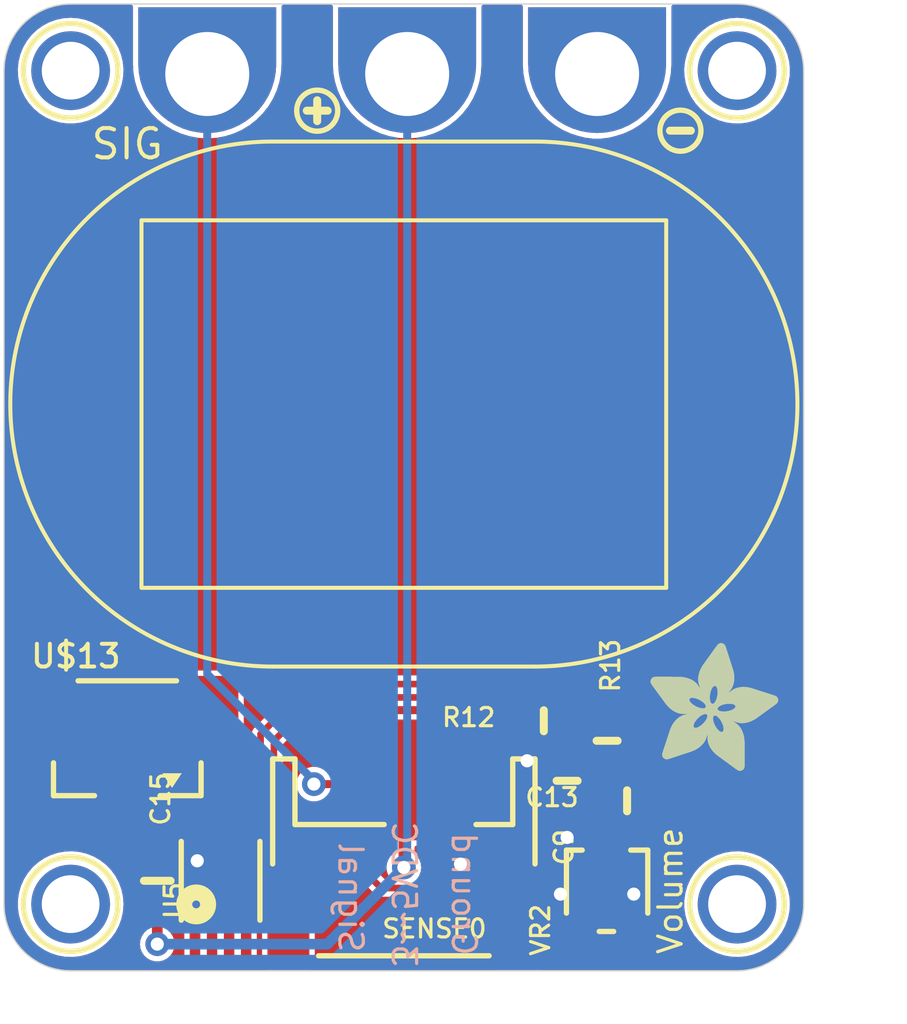
<source format=kicad_pcb>
(kicad_pcb (version 20221018) (generator pcbnew)
  (layers (0 "F.Cu" signal) (31 "B.Cu" signal) (34 "B.Paste" user) (35 "F.Paste" user) (36 "B.SilkS" user "B.Silkscreen") (37 "F.SilkS" user "F.Silkscreen") (38 "B.Mask" user) (39 "F.Mask" user) (44 "Edge.Cuts" user))
  (net 0 "")
  (net 1 "GND")
  (net 2 "SIG")
  (net 3 "N$19")
  (net 4 "N$20")
  (net 5 "N$21")
  (net 6 "N$22")
  (net 7 "N$23")
  (net 8 "SPKR+")
  (net 9 "SPKR-")
  (net 10 "VDD")
  (footprint "working:ADAFRUIT_5MM" (layer "F.Cu") (at 157.8991 115.7986)
    (fp_text reference "U$3" hide)
    (fp_text value "" hide)
  )
  (footprint "working:0603-NO" (layer "F.Cu") (at 156.2481 114.6556 90)
    (fp_text reference "R13" (at 1.778 0.127 90) (layer "F.SilkS") (effects (font (size 0.692831 0.692831) (thickness 0.119969)) (justify left)))
    (fp_text value "100")
    (pad "1" smd rect (at -0.85 0 90) (size 1.075 1) (layers "F.Cu" "F.Paste" "F.Mask") (net 6 "N$22"))
    (pad "2" smd rect (at 0.85 0 90) (size 1.075 1) (layers "F.Cu" "F.Paste" "F.Mask") (net 4 "N$20"))
  )
  (footprint "working:JSTPH3" (layer "F.Cu") (at 148.5011 118.8466 180)
    (fp_text reference "SENSE0" (at -3.2225 -2.9685) (layer "F.SilkS") (effects (font (size 0.692831 0.692831) (thickness 0.119969)) (justify right)))
    (fp_text value "JST PH 3")
    (pad "1" smd rect (at -2 2.7 180) (size 1 4.6) (layers "F.Cu" "F.Paste" "F.Mask") (net 1 "GND"))
    (pad "2" smd rect (at 0 2.7 180) (size 1 4.6) (layers "F.Cu" "F.Paste" "F.Mask") (net 10 "VDD"))
    (pad "3" smd rect (at 2 2.7 180) (size 1 4.6) (layers "F.Cu" "F.Paste" "F.Mask") (net 2 "SIG"))
    (pad "NC1" smd rect (at -4.4 -2.5 270) (size 3.4 1.6) (layers "F.Cu" "F.Paste" "F.Mask"))
    (pad "NC2" smd rect (at 4.4 -2.5 270) (size 3.4 1.6) (layers "F.Cu" "F.Paste" "F.Mask"))
  )
  (footprint "working:PCB_ALLI" (layer "F.Cu") (at 148.6281 89.7636)
    (fp_text reference "TP2" hide)
    (fp_text value "SEWTAPPCB_ALLIGATOR" hide)
    (fp_poly (pts (xy 2.6289 -0.886314) (xy 2.609894 -0.572102) (xy 2.552666 -0.259824) (xy 2.458216 0.043278) (xy 2.327919 0.332786) (xy 2.163676 0.604477) (xy 1.967881 0.854391) (xy 1.743391 1.078881) (xy 1.493477 1.274676) (xy 1.221786 1.438919) (xy 0.932278 1.569216) (xy 0.629176 1.663666) (xy 0.316898 1.720894) (xy 0 1.740062) (xy -0.316898 1.720894) (xy -0.629176 1.663666) (xy -0.932278 1.569216) (xy -1.221786 1.438919) (xy -1.493477 1.274676) (xy -1.743391 1.078881) (xy -1.967881 0.854391) (xy -2.163676 0.604477) (xy -2.327919 0.332786) (xy -2.458216 0.043278) (xy -2.552666 -0.259824) (xy -2.609894 -0.572102) (xy -2.6289 -0.886314) (xy -2.6289 -3.0479) (xy 2.6289 -3.0479)) (fill solid) (layer "F.Cu"))
    (fp_poly (pts (xy 2.6289 -0.886314) (xy 2.609894 -0.572102) (xy 2.552666 -0.259824) (xy 2.458216 0.043278) (xy 2.327919 0.332786) (xy 2.163676 0.604477) (xy 1.967881 0.854391) (xy 1.743391 1.078881) (xy 1.493477 1.274676) (xy 1.221786 1.438919) (xy 0.932278 1.569216) (xy 0.629176 1.663666) (xy 0.316898 1.720894) (xy 0 1.740062) (xy -0.316898 1.720894) (xy -0.629176 1.663666) (xy -0.932278 1.569216) (xy -1.221786 1.438919) (xy -1.493477 1.274676) (xy -1.743391 1.078881) (xy -1.967881 0.854391) (xy -2.163676 0.604477) (xy -2.327919 0.332786) (xy -2.458216 0.043278) (xy -2.552666 -0.259824) (xy -2.609894 -0.572102) (xy -2.6289 -0.886314) (xy -2.6289 -3.0479) (xy 2.6289 -3.0479)) (fill solid) (layer "B.Cu"))
    (pad "P$1" thru_hole circle (at 0 -0.508) (size 4.216 4.216) (drill 3.2) (layers "*.Cu" "*.Mask") (net 10 "VDD"))
  )
  (footprint "working:MOUNTINGHOLE_2.0_PLATED" (layer "F.Cu") (at 161.2011 120.8786)
    (fp_text reference "U$9" hide)
    (fp_text value "MOUNTINGHOLE2.0" hide)
    (pad "P$1" thru_hole circle (at 0 0) (size 3 3) (drill 2.2) (layers "*.Cu" "*.Mask"))
    (zone (net 0) (net_name "") (layer "F.Cu") (connect_pads (clearance 0)) (min_thickness 0.25)
      (keepout (tracks not_allowed) (vias not_allowed) (pads not_allowed) (copperpour not_allowed) (footprints allowed))
      (fill (thermal_gap 0.5) (thermal_bridge_width 0.5))
      (polygon (pts (xy 163.2171 120.8786) (xy 163.19748 120.598027) (xy 163.139004 120.322915) (xy 163.042808 120.058619) (xy 162.910765 119.810283) (xy 162.745446 119.58274) (xy 162.550067 119.38042) (xy 162.328433 119.20726) (xy 162.084856 119.066631) (xy 161.824078 118.96127) (xy 161.551175 118.893228) (xy 161.271457 118.863828) (xy 160.990371 118.873644) (xy 160.713385 118.922484) (xy 160.445893 119.009397) (xy 160.1931 119.132693) (xy 159.959926 119.28997) (xy 159.750911 119.478169) (xy 159.570122 119.693625) (xy 159.421078 119.932145) (xy 159.30668 120.189087) (xy 159.229154 120.45945) (xy 159.190011 120.737971) (xy 159.190011 121.019229) (xy 159.229154 121.29775) (xy 159.30668 121.568113) (xy 159.421078 121.825055) (xy 159.570122 122.063575) (xy 159.750911 122.279031) (xy 159.959926 122.46723) (xy 160.1931 122.624507) (xy 160.445893 122.747803) (xy 160.713385 122.834716) (xy 160.990371 122.883556) (xy 161.271457 122.893372) (xy 161.551175 122.863972) (xy 161.824078 122.79593) (xy 162.084856 122.690569) (xy 162.328433 122.54994) (xy 162.550067 122.37678) (xy 162.745446 122.17446) (xy 162.910765 121.946917) (xy 163.042808 121.698581) (xy 163.139004 121.434285) (xy 163.19748 121.159173)))
      (polygon (pts (xy 161.1851 120.8786) (xy 161.189786 120.889914) (xy 161.2011 120.8946) (xy 161.212414 120.889914) (xy 161.2171 120.8786) (xy 161.212414 120.867286) (xy 161.2011 120.8626) (xy 161.189786 120.867286)))
    )
    (zone (net 0) (net_name "") (layer "B.Cu") (connect_pads (clearance 0)) (min_thickness 0.25)
      (keepout (tracks not_allowed) (vias not_allowed) (pads not_allowed) (copperpour not_allowed) (footprints allowed))
      (fill (thermal_gap 0.5) (thermal_bridge_width 0.5))
      (polygon (pts (xy 163.2171 120.8786) (xy 163.19748 120.598027) (xy 163.139004 120.322915) (xy 163.042808 120.058619) (xy 162.910765 119.810283) (xy 162.745446 119.58274) (xy 162.550067 119.38042) (xy 162.328433 119.20726) (xy 162.084856 119.066631) (xy 161.824078 118.96127) (xy 161.551175 118.893228) (xy 161.271457 118.863828) (xy 160.990371 118.873644) (xy 160.713385 118.922484) (xy 160.445893 119.009397) (xy 160.1931 119.132693) (xy 159.959926 119.28997) (xy 159.750911 119.478169) (xy 159.570122 119.693625) (xy 159.421078 119.932145) (xy 159.30668 120.189087) (xy 159.229154 120.45945) (xy 159.190011 120.737971) (xy 159.190011 121.019229) (xy 159.229154 121.29775) (xy 159.30668 121.568113) (xy 159.421078 121.825055) (xy 159.570122 122.063575) (xy 159.750911 122.279031) (xy 159.959926 122.46723) (xy 160.1931 122.624507) (xy 160.445893 122.747803) (xy 160.713385 122.834716) (xy 160.990371 122.883556) (xy 161.271457 122.893372) (xy 161.551175 122.863972) (xy 161.824078 122.79593) (xy 162.084856 122.690569) (xy 162.328433 122.54994) (xy 162.550067 122.37678) (xy 162.745446 122.17446) (xy 162.910765 121.946917) (xy 163.042808 121.698581) (xy 163.139004 121.434285) (xy 163.19748 121.159173)))
      (polygon (pts (xy 161.1851 120.8786) (xy 161.189786 120.889914) (xy 161.2011 120.8946) (xy 161.212414 120.889914) (xy 161.2171 120.8786) (xy 161.212414 120.867286) (xy 161.2011 120.8626) (xy 161.189786 120.867286)))
    )
  )
  (footprint "working:0603-NO" (layer "F.Cu") (at 153.8351 113.8936 180)
    (fp_text reference "R12" (at 1.778 0.127) (layer "F.SilkS") (effects (font (size 0.692831 0.692831) (thickness 0.119969)) (justify right)))
    (fp_text value "100")
    (pad "1" smd rect (at -0.85 0 180) (size 1.075 1) (layers "F.Cu" "F.Paste" "F.Mask") (net 5 "N$21"))
    (pad "2" smd rect (at 0.85 0 180) (size 1.075 1) (layers "F.Cu" "F.Paste" "F.Mask") (net 3 "N$19"))
  )
  (footprint "working:SYMBOL_MINUS" (layer "F.Cu") (at 159.0421 91.4146)
    (fp_text reference "U$5" hide)
    (fp_text value "" hide)
  )
  (footprint "working:FIDUCIAL_1MM" (layer "F.Cu") (at 134.5311 110.9726 90)
    (fp_text reference "FID2" hide)
    (fp_text value "FIDUCIAL_1MM" hide)
    (pad "1" smd roundrect (at 0 0 90) (size 1 1) (layers "F.Cu" "F.Mask") (roundrect_rratio 0.5))
  )
  (footprint "working:53398-0271" (layer "F.Cu") (at 137.9601 115.1636)
    (fp_text reference "U$13" (at -3.75 -3.73) (layer "F.SilkS") (effects (font (size 0.866038 0.866038) (thickness 0.149962)) (justify left)))
    (fp_text value "CON_MOLEX_2P")
    (pad "1" smd rect (at 0.625 1.27 180) (size 0.8 1.6) (layers "F.Cu" "F.Paste" "F.Mask") (net 8 "SPKR+"))
    (pad "2" smd rect (at -0.625 1.27 180) (size 0.8 1.6) (layers "F.Cu" "F.Paste" "F.Mask") (net 9 "SPKR-"))
    (pad "M1" smd rect (at 3.185 -1.48 270) (size 3 2.1) (layers "F.Cu" "F.Paste" "F.Mask"))
    (pad "M2" smd rect (at -3.185 -1.48 270) (size 3 2.1) (layers "F.Cu" "F.Paste" "F.Mask"))
  )
  (footprint "working:0603-NO" (layer "F.Cu") (at 154.7241 116.1796 -90)
    (fp_text reference "C9" (at 1.778 0.127 90) (layer "F.SilkS") (effects (font (size 0.692831 0.692831) (thickness 0.119969)) (justify right)))
    (fp_text value "1uF")
    (pad "1" smd rect (at -0.85 0 270) (size 1.075 1) (layers "F.Cu" "F.Paste" "F.Mask") (net 5 "N$21"))
    (pad "2" smd rect (at 0.85 0 270) (size 1.075 1) (layers "F.Cu" "F.Paste" "F.Mask") (net 1 "GND"))
  )
  (footprint "working:MOUNTINGHOLE_2.0_PLATED" (layer "F.Cu") (at 135.8011 89.1286 90)
    (fp_text reference "U$11" hide)
    (fp_text value "MOUNTINGHOLE2.0" hide)
    (pad "P$1" thru_hole circle (at 0 0 90) (size 3 3) (drill 2.2) (layers "*.Cu" "*.Mask"))
    (zone (net 0) (net_name "") (layer "F.Cu") (connect_pads (clearance 0)) (min_thickness 0.25)
      (keepout (tracks not_allowed) (vias not_allowed) (pads not_allowed) (copperpour not_allowed) (footprints allowed))
      (fill (thermal_gap 0.5) (thermal_bridge_width 0.5))
      (polygon (pts (xy 135.8011 87.1126) (xy 135.520527 87.13222) (xy 135.245415 87.190696) (xy 134.981119 87.286892) (xy 134.732783 87.418935) (xy 134.50524 87.584254) (xy 134.30292 87.779633) (xy 134.12976 88.001267) (xy 133.989131 88.244844) (xy 133.88377 88.505622) (xy 133.815728 88.778525) (xy 133.786328 89.058243) (xy 133.796144 89.339329) (xy 133.844984 89.616315) (xy 133.931897 89.883807) (xy 134.055193 90.1366) (xy 134.21247 90.369774) (xy 134.400669 90.578789) (xy 134.616125 90.759578) (xy 134.854645 90.908622) (xy 135.111587 91.02302) (xy 135.38195 91.100546) (xy 135.660471 91.139689) (xy 135.941729 91.139689) (xy 136.22025 91.100546) (xy 136.490613 91.02302) (xy 136.747555 90.908622) (xy 136.986075 90.759578) (xy 137.201531 90.578789) (xy 137.38973 90.369774) (xy 137.547007 90.1366) (xy 137.670303 89.883807) (xy 137.757216 89.616315) (xy 137.806056 89.339329) (xy 137.815872 89.058243) (xy 137.786472 88.778525) (xy 137.71843 88.505622) (xy 137.613069 88.244844) (xy 137.47244 88.001267) (xy 137.29928 87.779633) (xy 137.09696 87.584254) (xy 136.869417 87.418935) (xy 136.621081 87.286892) (xy 136.356785 87.190696) (xy 136.081673 87.13222)))
      (polygon (pts (xy 135.8011 89.1446) (xy 135.812414 89.139914) (xy 135.8171 89.1286) (xy 135.812414 89.117286) (xy 135.8011 89.1126) (xy 135.789786 89.117286) (xy 135.7851 89.1286) (xy 135.789786 89.139914)))
    )
    (zone (net 0) (net_name "") (layer "B.Cu") (connect_pads (clearance 0)) (min_thickness 0.25)
      (keepout (tracks not_allowed) (vias not_allowed) (pads not_allowed) (copperpour not_allowed) (footprints allowed))
      (fill (thermal_gap 0.5) (thermal_bridge_width 0.5))
      (polygon (pts (xy 135.8011 87.1126) (xy 135.520527 87.13222) (xy 135.245415 87.190696) (xy 134.981119 87.286892) (xy 134.732783 87.418935) (xy 134.50524 87.584254) (xy 134.30292 87.779633) (xy 134.12976 88.001267) (xy 133.989131 88.244844) (xy 133.88377 88.505622) (xy 133.815728 88.778525) (xy 133.786328 89.058243) (xy 133.796144 89.339329) (xy 133.844984 89.616315) (xy 133.931897 89.883807) (xy 134.055193 90.1366) (xy 134.21247 90.369774) (xy 134.400669 90.578789) (xy 134.616125 90.759578) (xy 134.854645 90.908622) (xy 135.111587 91.02302) (xy 135.38195 91.100546) (xy 135.660471 91.139689) (xy 135.941729 91.139689) (xy 136.22025 91.100546) (xy 136.490613 91.02302) (xy 136.747555 90.908622) (xy 136.986075 90.759578) (xy 137.201531 90.578789) (xy 137.38973 90.369774) (xy 137.547007 90.1366) (xy 137.670303 89.883807) (xy 137.757216 89.616315) (xy 137.806056 89.339329) (xy 137.815872 89.058243) (xy 137.786472 88.778525) (xy 137.71843 88.505622) (xy 137.613069 88.244844) (xy 137.47244 88.001267) (xy 137.29928 87.779633) (xy 137.09696 87.584254) (xy 136.869417 87.418935) (xy 136.621081 87.286892) (xy 136.356785 87.190696) (xy 136.081673 87.13222)))
      (polygon (pts (xy 135.8011 89.1446) (xy 135.812414 89.139914) (xy 135.8171 89.1286) (xy 135.812414 89.117286) (xy 135.8011 89.1126) (xy 135.789786 89.117286) (xy 135.7851 89.1286) (xy 135.789786 89.139914)))
    )
  )
  (footprint "working:TRIMPOT_BOURNS_3303W" (layer "F.Cu") (at 156.2481 120.3706)
    (fp_text reference "VR2" (at -2.54 2.54 90) (layer "F.SilkS") (effects (font (size 0.692831 0.692831) (thickness 0.119969)) (justify left)))
    (fp_text value "10K trim")
    (pad "1" smd rect (at -1 1.6 90) (size 1.2 1.2) (layers "F.Cu" "F.Paste" "F.Mask") (net 1 "GND"))
    (pad "2" smd rect (at 0 -1.65) (size 1.6 1.5) (layers "F.Cu" "F.Paste" "F.Mask") (net 7 "N$23"))
    (pad "3" smd rect (at 1 1.6 90) (size 1.2 1.2) (layers "F.Cu" "F.Paste" "F.Mask") (net 2 "SIG"))
  )
  (footprint "working:SYMBOL_PLUS" (layer "F.Cu") (at 145.1991 90.6526)
    (fp_text reference "U$6" hide)
    (fp_text value "" hide)
  )
  (footprint "working:MSOP8_0.65MM" (layer "F.Cu") (at 141.5161 119.9896)
    (fp_text reference "U5" (at -1.778 1.524 90) (layer "F.SilkS") (effects (font (size 0.692831 0.692831) (thickness 0.119969)) (justify left)))
    (fp_text value "PAM8302AASCR")
    (pad "1" smd rect (at -0.975 2.2 90) (size 1.3 0.4) (layers "F.Cu" "F.Paste" "F.Mask") (net 10 "VDD"))
    (pad "2" smd rect (at -0.325 2.2 90) (size 1.3 0.4) (layers "F.Cu" "F.Paste" "F.Mask"))
    (pad "3" smd rect (at 0.325 2.2 90) (size 1.3 0.4) (layers "F.Cu" "F.Paste" "F.Mask") (net 4 "N$20"))
    (pad "4" smd rect (at 0.975 2.2 90) (size 1.3 0.4) (layers "F.Cu" "F.Paste" "F.Mask") (net 3 "N$19"))
    (pad "5" smd rect (at 0.975 -2.2 90) (size 1.3 0.4) (layers "F.Cu" "F.Paste" "F.Mask") (net 8 "SPKR+"))
    (pad "6" smd rect (at 0.325 -2.2 90) (size 1.3 0.4) (layers "F.Cu" "F.Paste" "F.Mask") (net 10 "VDD"))
    (pad "7" smd rect (at -0.325 -2.2 90) (size 1.3 0.4) (layers "F.Cu" "F.Paste" "F.Mask") (net 1 "GND"))
    (pad "8" smd rect (at -0.975 -2.2 90) (size 1.3 0.4) (layers "F.Cu" "F.Paste" "F.Mask") (net 9 "SPKR-"))
  )
  (footprint "working:PCB_ALLI" (layer "F.Cu") (at 141.0081 89.7636)
    (fp_text reference "TP3" hide)
    (fp_text value "SEWTAPPCB_ALLIGATOR" hide)
    (fp_poly (pts (xy 2.6289 -0.886314) (xy 2.609894 -0.572102) (xy 2.552666 -0.259824) (xy 2.458216 0.043278) (xy 2.327919 0.332786) (xy 2.163676 0.604477) (xy 1.967881 0.854391) (xy 1.743391 1.078881) (xy 1.493477 1.274676) (xy 1.221786 1.438919) (xy 0.932278 1.569216) (xy 0.629176 1.663666) (xy 0.316898 1.720894) (xy 0 1.740062) (xy -0.316898 1.720894) (xy -0.629176 1.663666) (xy -0.932278 1.569216) (xy -1.221786 1.438919) (xy -1.493477 1.274676) (xy -1.743391 1.078881) (xy -1.967881 0.854391) (xy -2.163676 0.604477) (xy -2.327919 0.332786) (xy -2.458216 0.043278) (xy -2.552666 -0.259824) (xy -2.609894 -0.572102) (xy -2.6289 -0.886314) (xy -2.6289 -3.0479) (xy 2.6289 -3.0479)) (fill solid) (layer "F.Cu"))
    (fp_poly (pts (xy 2.6289 -0.886314) (xy 2.609894 -0.572102) (xy 2.552666 -0.259824) (xy 2.458216 0.043278) (xy 2.327919 0.332786) (xy 2.163676 0.604477) (xy 1.967881 0.854391) (xy 1.743391 1.078881) (xy 1.493477 1.274676) (xy 1.221786 1.438919) (xy 0.932278 1.569216) (xy 0.629176 1.663666) (xy 0.316898 1.720894) (xy 0 1.740062) (xy -0.316898 1.720894) (xy -0.629176 1.663666) (xy -0.932278 1.569216) (xy -1.221786 1.438919) (xy -1.493477 1.274676) (xy -1.743391 1.078881) (xy -1.967881 0.854391) (xy -2.163676 0.604477) (xy -2.327919 0.332786) (xy -2.458216 0.043278) (xy -2.552666 -0.259824) (xy -2.609894 -0.572102) (xy -2.6289 -0.886314) (xy -2.6289 -3.0479) (xy 2.6289 -3.0479)) (fill solid) (layer "B.Cu"))
    (pad "P$1" thru_hole circle (at 0 -0.508) (size 4.216 4.216) (drill 3.2) (layers "*.Cu" "*.Mask") (net 2 "SIG"))
  )
  (footprint "working:MOUNTINGHOLE_2.0_PLATED" (layer "F.Cu") (at 161.2011 89.1286 90)
    (fp_text reference "U$10" hide)
    (fp_text value "MOUNTINGHOLE2.0" hide)
    (pad "P$1" thru_hole circle (at 0 0 90) (size 3 3) (drill 2.2) (layers "*.Cu" "*.Mask"))
    (zone (net 0) (net_name "") (layer "F.Cu") (connect_pads (clearance 0)) (min_thickness 0.25)
      (keepout (tracks not_allowed) (vias not_allowed) (pads not_allowed) (copperpour not_allowed) (footprints allowed))
      (fill (thermal_gap 0.5) (thermal_bridge_width 0.5))
      (polygon (pts (xy 161.2011 87.1126) (xy 160.920527 87.13222) (xy 160.645415 87.190696) (xy 160.381119 87.286892) (xy 160.132783 87.418935) (xy 159.90524 87.584254) (xy 159.70292 87.779633) (xy 159.52976 88.001267) (xy 159.389131 88.244844) (xy 159.28377 88.505622) (xy 159.215728 88.778525) (xy 159.186328 89.058243) (xy 159.196144 89.339329) (xy 159.244984 89.616315) (xy 159.331897 89.883807) (xy 159.455193 90.1366) (xy 159.61247 90.369774) (xy 159.800669 90.578789) (xy 160.016125 90.759578) (xy 160.254645 90.908622) (xy 160.511587 91.02302) (xy 160.78195 91.100546) (xy 161.060471 91.139689) (xy 161.341729 91.139689) (xy 161.62025 91.100546) (xy 161.890613 91.02302) (xy 162.147555 90.908622) (xy 162.386075 90.759578) (xy 162.601531 90.578789) (xy 162.78973 90.369774) (xy 162.947007 90.1366) (xy 163.070303 89.883807) (xy 163.157216 89.616315) (xy 163.206056 89.339329) (xy 163.215872 89.058243) (xy 163.186472 88.778525) (xy 163.11843 88.505622) (xy 163.013069 88.244844) (xy 162.87244 88.001267) (xy 162.69928 87.779633) (xy 162.49696 87.584254) (xy 162.269417 87.418935) (xy 162.021081 87.286892) (xy 161.756785 87.190696) (xy 161.481673 87.13222)))
      (polygon (pts (xy 161.2011 89.1446) (xy 161.212414 89.139914) (xy 161.2171 89.1286) (xy 161.212414 89.117286) (xy 161.2011 89.1126) (xy 161.189786 89.117286) (xy 161.1851 89.1286) (xy 161.189786 89.139914)))
    )
    (zone (net 0) (net_name "") (layer "B.Cu") (connect_pads (clearance 0)) (min_thickness 0.25)
      (keepout (tracks not_allowed) (vias not_allowed) (pads not_allowed) (copperpour not_allowed) (footprints allowed))
      (fill (thermal_gap 0.5) (thermal_bridge_width 0.5))
      (polygon (pts (xy 161.2011 87.1126) (xy 160.920527 87.13222) (xy 160.645415 87.190696) (xy 160.381119 87.286892) (xy 160.132783 87.418935) (xy 159.90524 87.584254) (xy 159.70292 87.779633) (xy 159.52976 88.001267) (xy 159.389131 88.244844) (xy 159.28377 88.505622) (xy 159.215728 88.778525) (xy 159.186328 89.058243) (xy 159.196144 89.339329) (xy 159.244984 89.616315) (xy 159.331897 89.883807) (xy 159.455193 90.1366) (xy 159.61247 90.369774) (xy 159.800669 90.578789) (xy 160.016125 90.759578) (xy 160.254645 90.908622) (xy 160.511587 91.02302) (xy 160.78195 91.100546) (xy 161.060471 91.139689) (xy 161.341729 91.139689) (xy 161.62025 91.100546) (xy 161.890613 91.02302) (xy 162.147555 90.908622) (xy 162.386075 90.759578) (xy 162.601531 90.578789) (xy 162.78973 90.369774) (xy 162.947007 90.1366) (xy 163.070303 89.883807) (xy 163.157216 89.616315) (xy 163.206056 89.339329) (xy 163.215872 89.058243) (xy 163.186472 88.778525) (xy 163.11843 88.505622) (xy 163.013069 88.244844) (xy 162.87244 88.001267) (xy 162.69928 87.779633) (xy 162.49696 87.584254) (xy 162.269417 87.418935) (xy 162.021081 87.286892) (xy 161.756785 87.190696) (xy 161.481673 87.13222)))
      (polygon (pts (xy 161.2011 89.1446) (xy 161.212414 89.139914) (xy 161.2171 89.1286) (xy 161.212414 89.117286) (xy 161.2011 89.1126) (xy 161.189786 89.117286) (xy 161.1851 89.1286) (xy 161.189786 89.139914)))
    )
  )
  (footprint "working:0603-NO" (layer "F.Cu") (at 157.0101 116.9416 180)
    (fp_text reference "C13" (at 1.778 0.127) (layer "F.SilkS") (effects (font (size 0.692831 0.692831) (thickness 0.119969)) (justify right)))
    (fp_text value "1uF")
    (pad "1" smd rect (at -0.85 0 180) (size 1.075 1) (layers "F.Cu" "F.Paste" "F.Mask") (net 6 "N$22"))
    (pad "2" smd rect (at 0.85 0 180) (size 1.075 1) (layers "F.Cu" "F.Paste" "F.Mask") (net 7 "N$23"))
  )
  (footprint "working:FIDUCIAL_1MM" (layer "F.Cu") (at 162.3441 92.1766 90)
    (fp_text reference "FID1" hide)
    (fp_text value "FIDUCIAL_1MM" hide)
    (pad "1" smd roundrect (at 0 0 90) (size 1 1) (layers "F.Cu" "F.Mask") (roundrect_rratio 0.5))
  )
  (footprint "working:PCB_ALLI" (layer "F.Cu") (at 155.8671 89.7636)
    (fp_text reference "TP1" hide)
    (fp_text value "SEWTAPPCB_ALLIGATOR" hide)
    (fp_poly (pts (xy 2.6289 -0.886314) (xy 2.609894 -0.572102) (xy 2.552666 -0.259824) (xy 2.458216 0.043278) (xy 2.327919 0.332786) (xy 2.163676 0.604477) (xy 1.967881 0.854391) (xy 1.743391 1.078881) (xy 1.493477 1.274676) (xy 1.221786 1.438919) (xy 0.932278 1.569216) (xy 0.629176 1.663666) (xy 0.316898 1.720894) (xy 0 1.740062) (xy -0.316898 1.720894) (xy -0.629176 1.663666) (xy -0.932278 1.569216) (xy -1.221786 1.438919) (xy -1.493477 1.274676) (xy -1.743391 1.078881) (xy -1.967881 0.854391) (xy -2.163676 0.604477) (xy -2.327919 0.332786) (xy -2.458216 0.043278) (xy -2.552666 -0.259824) (xy -2.609894 -0.572102) (xy -2.6289 -0.886314) (xy -2.6289 -3.0479) (xy 2.6289 -3.0479)) (fill solid) (layer "F.Cu"))
    (fp_poly (pts (xy 2.6289 -0.886314) (xy 2.609894 -0.572102) (xy 2.552666 -0.259824) (xy 2.458216 0.043278) (xy 2.327919 0.332786) (xy 2.163676 0.604477) (xy 1.967881 0.854391) (xy 1.743391 1.078881) (xy 1.493477 1.274676) (xy 1.221786 1.438919) (xy 0.932278 1.569216) (xy 0.629176 1.663666) (xy 0.316898 1.720894) (xy 0 1.740062) (xy -0.316898 1.720894) (xy -0.629176 1.663666) (xy -0.932278 1.569216) (xy -1.221786 1.438919) (xy -1.493477 1.274676) (xy -1.743391 1.078881) (xy -1.967881 0.854391) (xy -2.163676 0.604477) (xy -2.327919 0.332786) (xy -2.458216 0.043278) (xy -2.552666 -0.259824) (xy -2.609894 -0.572102) (xy -2.6289 -0.886314) (xy -2.6289 -3.0479) (xy 2.6289 -3.0479)) (fill solid) (layer "B.Cu"))
    (pad "P$1" thru_hole circle (at 0 -0.508) (size 4.216 4.216) (drill 3.2) (layers "*.Cu" "*.Mask") (net 1 "GND"))
  )
  (footprint "working:MOUNTINGHOLE_2.0_PLATED" (layer "F.Cu") (at 135.8011 120.8786)
    (fp_text reference "U$12" hide)
    (fp_text value "MOUNTINGHOLE2.0" hide)
    (pad "P$1" thru_hole circle (at 0 0) (size 3 3) (drill 2.2) (layers "*.Cu" "*.Mask"))
    (zone (net 0) (net_name "") (layer "F.Cu") (connect_pads (clearance 0)) (min_thickness 0.25)
      (keepout (tracks not_allowed) (vias not_allowed) (pads not_allowed) (copperpour not_allowed) (footprints allowed))
      (fill (thermal_gap 0.5) (thermal_bridge_width 0.5))
      (polygon (pts (xy 137.8171 120.8786) (xy 137.79748 120.598027) (xy 137.739004 120.322915) (xy 137.642808 120.058619) (xy 137.510765 119.810283) (xy 137.345446 119.58274) (xy 137.150067 119.38042) (xy 136.928433 119.20726) (xy 136.684856 119.066631) (xy 136.424078 118.96127) (xy 136.151175 118.893228) (xy 135.871457 118.863828) (xy 135.590371 118.873644) (xy 135.313385 118.922484) (xy 135.045893 119.009397) (xy 134.7931 119.132693) (xy 134.559926 119.28997) (xy 134.350911 119.478169) (xy 134.170122 119.693625) (xy 134.021078 119.932145) (xy 133.90668 120.189087) (xy 133.829154 120.45945) (xy 133.790011 120.737971) (xy 133.790011 121.019229) (xy 133.829154 121.29775) (xy 133.90668 121.568113) (xy 134.021078 121.825055) (xy 134.170122 122.063575) (xy 134.350911 122.279031) (xy 134.559926 122.46723) (xy 134.7931 122.624507) (xy 135.045893 122.747803) (xy 135.313385 122.834716) (xy 135.590371 122.883556) (xy 135.871457 122.893372) (xy 136.151175 122.863972) (xy 136.424078 122.79593) (xy 136.684856 122.690569) (xy 136.928433 122.54994) (xy 137.150067 122.37678) (xy 137.345446 122.17446) (xy 137.510765 121.946917) (xy 137.642808 121.698581) (xy 137.739004 121.434285) (xy 137.79748 121.159173)))
      (polygon (pts (xy 135.7851 120.8786) (xy 135.789786 120.889914) (xy 135.8011 120.8946) (xy 135.812414 120.889914) (xy 135.8171 120.8786) (xy 135.812414 120.867286) (xy 135.8011 120.8626) (xy 135.789786 120.867286)))
    )
    (zone (net 0) (net_name "") (layer "B.Cu") (connect_pads (clearance 0)) (min_thickness 0.25)
      (keepout (tracks not_allowed) (vias not_allowed) (pads not_allowed) (copperpour not_allowed) (footprints allowed))
      (fill (thermal_gap 0.5) (thermal_bridge_width 0.5))
      (polygon (pts (xy 137.8171 120.8786) (xy 137.79748 120.598027) (xy 137.739004 120.322915) (xy 137.642808 120.058619) (xy 137.510765 119.810283) (xy 137.345446 119.58274) (xy 137.150067 119.38042) (xy 136.928433 119.20726) (xy 136.684856 119.066631) (xy 136.424078 118.96127) (xy 136.151175 118.893228) (xy 135.871457 118.863828) (xy 135.590371 118.873644) (xy 135.313385 118.922484) (xy 135.045893 119.009397) (xy 134.7931 119.132693) (xy 134.559926 119.28997) (xy 134.350911 119.478169) (xy 134.170122 119.693625) (xy 134.021078 119.932145) (xy 133.90668 120.189087) (xy 133.829154 120.45945) (xy 133.790011 120.737971) (xy 133.790011 121.019229) (xy 133.829154 121.29775) (xy 133.90668 121.568113) (xy 134.021078 121.825055) (xy 134.170122 122.063575) (xy 134.350911 122.279031) (xy 134.559926 122.46723) (xy 134.7931 122.624507) (xy 135.045893 122.747803) (xy 135.313385 122.834716) (xy 135.590371 122.883556) (xy 135.871457 122.893372) (xy 136.151175 122.863972) (xy 136.424078 122.79593) (xy 136.684856 122.690569) (xy 136.928433 122.54994) (xy 137.150067 122.37678) (xy 137.345446 122.17446) (xy 137.510765 121.946917) (xy 137.642808 121.698581) (xy 137.739004 121.434285) (xy 137.79748 121.159173)))
      (polygon (pts (xy 135.7851 120.8786) (xy 135.789786 120.889914) (xy 135.8011 120.8946) (xy 135.812414 120.889914) (xy 135.8171 120.8786) (xy 135.812414 120.867286) (xy 135.8011 120.8626) (xy 135.789786 120.867286)))
    )
  )
  (footprint "working:SPEAKER_OVAL8OHM" (layer "F.Cu") (at 148.5011 101.8286 180)
    (fp_text reference "U$1" hide)
    (fp_text value "" hide)
  )
  (footprint "working:0805-NO" (layer "F.Cu") (at 139.1031 119.9896 90)
    (fp_text reference "C15" (at 2.032 0.127 90) (layer "F.SilkS") (effects (font (size 0.692831 0.692831) (thickness 0.119969)) (justify left)))
    (fp_text value "10uF")
    (pad "1" smd rect (at -0.95 0 90) (size 1.24 1.5) (layers "F.Cu" "F.Paste" "F.Mask") (net 10 "VDD"))
    (pad "2" smd rect (at 0.95 0 90) (size 1.24 1.5) (layers "F.Cu" "F.Paste" "F.Mask") (net 1 "GND"))
  )
  (footprint "working:STEMMA_SPEAKER" (layer "B.Cu") (at 163.7411 123.0376 180)
    (fp_text reference "U$4" hide)
    (fp_text value "" hide)
  )
  (gr_line (start 133.2611 89.1286) (end 133.2611 120.8786) (stroke (width 0.05)) (layer "Edge.Cuts"))
  (gr_line (start 163.7411 120.8786) (end 163.7411 89.1286) (stroke (width 0.05)) (layer "Edge.Cuts"))
  (gr_line (start 135.8011 123.4186) (end 161.2011 123.4186) (stroke (width 0.05)) (layer "Edge.Cuts"))
  (gr_arc (start 133.2611 89.1286) (mid 134.005049 87.332549) (end 135.8011 86.5886) (stroke (width 0.05)) (layer "Edge.Cuts"))
  (gr_arc (start 161.2011 86.5886) (mid 162.997151 87.332549) (end 163.7411 89.1286) (stroke (width 0.05)) (layer "Edge.Cuts"))
  (gr_arc (start 135.8011 123.4186) (mid 134.004798 122.674902) (end 133.2611 120.8786) (stroke (width 0.05)) (layer "Edge.Cuts"))
  (gr_line (start 161.2011 86.5886) (end 135.8011 86.5886) (stroke (width 0.05)) (layer "Edge.Cuts"))
  (gr_arc (start 163.741099 120.8786) (mid 162.997183 122.674683) (end 161.2011 123.4186) (stroke (width 0.05)) (layer "Edge.Cuts"))
  (gr_text "Ground" (at 150.7871 120.4976 -90) (layer "B.SilkS") (effects (font (size 0.89408 0.89408) (thickness 0.12192)) (justify mirror)))
  (gr_text "Signal" (at 146.4691 120.6246 -90) (layer "B.SilkS") (effects (font (size 0.89408 0.89408) (thickness 0.12192)) (justify mirror)))
  (gr_text "3~~5VDC" (at 148.5011 120.4976 -90) (layer "B.SilkS") (effects (font (size 0.89408 0.89408) (thickness 0.12192)) (justify mirror)))
  (gr_text "SIG" (at 137.9601 91.9226) (layer "F.SilkS") (effects (font (size 1.1176 1.1176) (thickness 0.1524))))
  (gr_text "Volume" (at 158.6611 120.3706 90) (layer "F.SilkS") (effects (font (size 0.89408 0.89408) (thickness 0.12192))))
  (via (at 157.2641 120.4976) (size 0.9064) (drill 0.5) (layers "F.Cu" "B.Cu") (net 1))
  (via (at 154.7241 118.3386) (size 0.9064) (drill 0.5) (layers "F.Cu" "B.Cu") (net 1))
  (via (at 140.6271 119.2276) (size 0.9064) (drill 0.5) (layers "F.Cu" "B.Cu") (net 1))
  (via (at 153.2001 115.4176) (size 0.9064) (drill 0.5) (layers "F.Cu" "B.Cu") (net 1))
  (via (at 150.6601 119.3546) (size 0.9064) (drill 0.5) (layers "F.Cu" "B.Cu") (net 1))
  (via (at 154.4701 120.4976) (size 0.9064) (drill 0.5) (layers "F.Cu" "B.Cu") (net 1))
  (segment (start 154.3968 119.3164) (end 151.964325 119.3164) (width 0.254) (layer "F.Cu") (net 2))
  (segment (start 146.5011 116.3066) (end 146.5011 116.1466) (width 0.254) (layer "F.Cu") (net 2))
  (segment (start 157.051 121.9706) (end 154.3968 119.3164) (width 0.254) (layer "F.Cu") (net 2))
  (segment (start 146.4691 119.1006) (end 146.5011 119.0686) (width 0.254) (layer "F.Cu") (net 2))
  (segment (start 157.2481 121.9706) (end 157.051 121.9706) (width 0.254) (layer "F.Cu") (net 2))
  (segment (start 147.6335 120.265) (end 146.4691 119.1006) (width 0.254) (layer "F.Cu") (net 2))
  (segment (start 151.015725 120.265) (end 147.6335 120.265) (width 0.254) (layer "F.Cu") (net 2))
  (segment (start 146.5011 119.0686) (end 146.5011 116.3066) (width 0.254) (layer "F.Cu") (net 2))
  (segment (start 151.964325 119.3164) (end 151.015725 120.265) (width 0.254) (layer "F.Cu") (net 2))
  (segment (start 145.0721 116.3066) (end 146.5011 116.3066) (width 0.3048) (layer "F.Cu") (net 2))
  (via (at 145.0721 116.3066) (size 0.9064) (drill 0.5) (layers "F.Cu" "B.Cu") (net 2))
  (segment (start 141.0081 89.2556) (end 141.0081 112.1156) (width 0.3048) (layer "B.Cu") (net 2))
  (segment (start 145.1991 116.3066) (end 145.0721 116.3066) (width 0.3048) (layer "B.Cu") (net 2))
  (segment (start 141.0081 112.1156) (end 145.1991 116.3066) (width 0.3048) (layer "B.Cu") (net 2))
  (segment (start 143.5481 118.8466) (end 143.5481 114.6556) (width 0.254) (layer "F.Cu") (net 3))
  (segment (start 143.5481 114.6556) (end 145.1991 113.0046) (width 0.254) (layer "F.Cu") (net 3))
  (segment (start 152.9851 113.8936) (end 152.0961 113.0046) (width 0.254) (layer "F.Cu") (net 3))
  (segment (start 142.8317 119.563) (end 143.5481 118.8466) (width 0.254) (layer "F.Cu") (net 3))
  (segment (start 152.0961 113.0046) (end 145.1991 113.0046) (width 0.254) (layer "F.Cu") (net 3))
  (segment (start 142.4911 122.1896) (end 142.4911 120.288525) (width 0.254) (layer "F.Cu") (net 3))
  (segment (start 142.8317 119.947925) (end 142.8317 119.563) (width 0.254) (layer "F.Cu") (net 3))
  (segment (start 142.4911 120.288525) (end 142.8317 119.947925) (width 0.254) (layer "F.Cu") (net 3))
  (segment (start 142.3745 119.758544) (end 142.3745 119.223175) (width 0.254) (layer "F.Cu") (net 4))
  (segment (start 143.0401 114.4016) (end 144.9451 112.4966) (width 0.254) (layer "F.Cu") (net 4))
  (segment (start 141.8411 120.291944) (end 142.3745 119.758544) (width 0.254) (layer "F.Cu") (net 4))
  (segment (start 143.0401 118.557575) (end 143.0401 114.4016) (width 0.254) (layer "F.Cu") (net 4))
  (segment (start 154.9391 112.4966) (end 144.9451 112.4966) (width 0.254) (layer "F.Cu") (net 4))
  (segment (start 154.9391 112.4966) (end 156.2481 113.8056) (width 0.254) (layer "F.Cu") (net 4))
  (segment (start 143.0401 118.557575) (end 142.3745 119.223175) (width 0.254) (layer "F.Cu") (net 4))
  (segment (start 141.8411 122.1896) (end 141.8411 120.291944) (width 0.254) (layer "F.Cu") (net 4))
  (segment (start 154.6851 115.2906) (end 154.7241 115.3296) (width 0.254) (layer "F.Cu") (net 5))
  (segment (start 154.6851 113.8936) (end 154.6851 115.2906) (width 0.254) (layer "F.Cu") (net 5))
  (segment (start 156.4241 115.5056) (end 157.8601 116.9416) (width 0.254) (layer "F.Cu") (net 6))
  (segment (start 156.2481 115.5056) (end 156.4241 115.5056) (width 0.254) (layer "F.Cu") (net 6))
  (segment (start 156.1601 118.6326) (end 156.2481 118.7206) (width 0.254) (layer "F.Cu") (net 7))
  (segment (start 156.1601 116.9416) (end 156.1601 118.6326) (width 0.254) (layer "F.Cu") (net 7))
  (segment (start 142.1511 116.4336) (end 142.4911 116.7736) (width 0.4064) (layer "F.Cu") (net 8))
  (segment (start 138.5851 116.4336) (end 142.1511 116.4336) (width 0.4064) (layer "F.Cu") (net 8))
  (segment (start 142.4911 116.7736) (end 142.4911 117.7896) (width 0.4064) (layer "F.Cu") (net 8))
  (segment (start 140.5001 117.8306) (end 140.5411 117.7896) (width 0.4064) (layer "F.Cu") (net 9))
  (segment (start 137.3351 117.2056) (end 137.9601 117.8306) (width 0.4064) (layer "F.Cu") (net 9))
  (segment (start 137.9601 117.8306) (end 140.5001 117.8306) (width 0.4064) (layer "F.Cu") (net 9))
  (segment (start 137.3351 116.4336) (end 137.3351 117.2056) (width 0.4064) (layer "F.Cu") (net 9))
  (segment (start 140.5411 120.8376) (end 140.5411 122.1896) (width 0.4064) (layer "F.Cu") (net 10))
  (segment (start 140.4391 120.9396) (end 140.5411 120.8376) (width 0.4064) (layer "F.Cu") (net 10))
  (segment (start 141.8411 117.7896) (end 141.8411 119.5376) (width 0.4064) (layer "F.Cu") (net 10))
  (segment (start 141.8411 119.5376) (end 140.5411 120.8376) (width 0.4064) (layer "F.Cu") (net 10))
  (segment (start 148.5011 119.4816) (end 148.5011 116.1466) (width 0.4064) (layer "F.Cu") (net 10))
  (segment (start 139.1031 120.9396) (end 139.1031 122.4026) (width 0.4064) (layer "F.Cu") (net 10))
  (segment (start 139.1031 120.9396) (end 140.4391 120.9396) (width 0.4064) (layer "F.Cu") (net 10))
  (via (at 139.1031 122.4026) (size 0.9064) (drill 0.5) (layers "F.Cu" "B.Cu") (net 10))
  (via (at 148.5011 119.4816) (size 0.9064) (drill 0.5) (layers "F.Cu" "B.Cu") (net 10))
  (segment (start 145.5801 122.4026) (end 148.3741 119.6086) (width 0.4064) (layer "B.Cu") (net 10))
  (segment (start 148.3741 119.6086) (end 148.5011 119.4816) (width 0.4064) (layer "B.Cu") (net 10))
  (segment (start 148.6281 119.3546) (end 148.3741 119.6086) (width 0.3048) (layer "B.Cu") (net 10))
  (segment (start 148.6281 89.2556) (end 148.6281 119.3546) (width 0.3048) (layer "B.Cu") (net 10))
  (segment (start 139.1031 122.4026) (end 145.5801 122.4026) (width 0.4064) (layer "B.Cu") (net 10))
  (zone (net 1) (net_name "GND") (layer "F.Cu") (priority 6) (connect_pads (clearance 0.000001)) (min_thickness 0.1524) (fill yes (thermal_gap 0.3548) (thermal_bridge_width 0.3548))
    (polygon (pts (xy 163.8935 123.571) (xy 133.1087 123.571) (xy 133.1087 86.4362) (xy 163.8935 86.4362)))
  )
  (zone (net 1) (net_name "GND") (layer "B.Cu") (priority 6) (connect_pads (clearance 0.000001)) (min_thickness 0.1524) (fill yes (thermal_gap 0.3548) (thermal_bridge_width 0.3548))
    (polygon (pts (xy 163.8935 123.571) (xy 133.1087 123.571) (xy 133.1087 86.4362) (xy 163.8935 86.4362)))
  )
)
</source>
